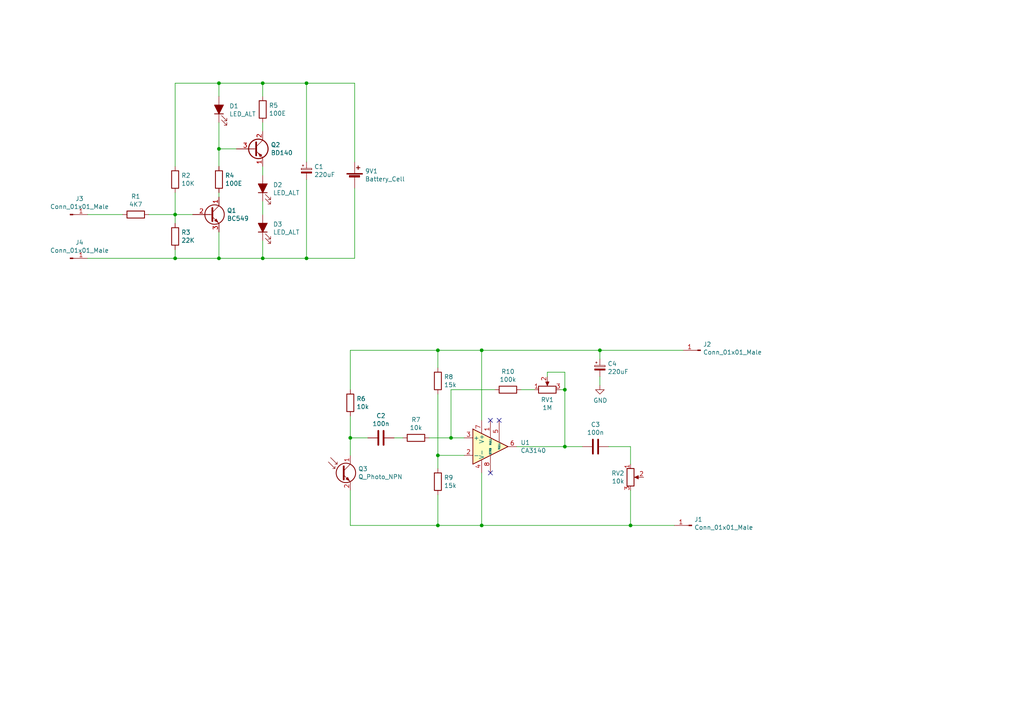
<source format=kicad_sch>
(kicad_sch (version 20230121) (generator eeschema)

  (uuid a4d9e68d-9626-4105-aae7-998e92a9941a)

  (paper "A4")

  (lib_symbols
    (symbol "Amplifier_Operational:CA3140" (pin_names (offset 0.127)) (in_bom yes) (on_board yes)
      (property "Reference" "U" (at 6.35 5.08 0)
        (effects (font (size 1.27 1.27)) (justify left))
      )
      (property "Value" "CA3140" (at 6.35 2.54 0)
        (effects (font (size 1.27 1.27)) (justify left))
      )
      (property "Footprint" "" (at -2.54 -2.54 0)
        (effects (font (size 1.27 1.27)) hide)
      )
      (property "Datasheet" "http://www.intersil.com/content/dam/intersil/documents/ca31/ca3140-a.pdf" (at 0 0 0)
        (effects (font (size 1.27 1.27)) hide)
      )
      (property "ki_keywords" "single opamp" (at 0 0 0)
        (effects (font (size 1.27 1.27)) hide)
      )
      (property "ki_description" "4.5MHz, BiMOS Operational Amplifier with MOSFET Input/Bipolar Output, DIP-8/SOIC-8" (at 0 0 0)
        (effects (font (size 1.27 1.27)) hide)
      )
      (property "ki_fp_filters" "DIP*W7.62mm* SOIC*3.9x4.9mm*P1.27mm*" (at 0 0 0)
        (effects (font (size 1.27 1.27)) hide)
      )
      (symbol "CA3140_0_1"
        (polyline
          (pts
            (xy -5.08 5.08)
            (xy 5.08 0)
            (xy -5.08 -5.08)
            (xy -5.08 5.08)
          )
          (stroke (width 0.254) (type default))
          (fill (type background))
        )
      )
      (symbol "CA3140_1_1"
        (pin passive line (at 0 7.62 270) (length 5.08)
          (name "NULL" (effects (font (size 0.508 0.508))))
          (number "1" (effects (font (size 1.27 1.27))))
        )
        (pin input line (at -7.62 -2.54 0) (length 2.54)
          (name "-" (effects (font (size 1.27 1.27))))
          (number "2" (effects (font (size 1.27 1.27))))
        )
        (pin input line (at -7.62 2.54 0) (length 2.54)
          (name "+" (effects (font (size 1.27 1.27))))
          (number "3" (effects (font (size 1.27 1.27))))
        )
        (pin power_in line (at -2.54 -7.62 90) (length 3.81)
          (name "V-" (effects (font (size 1.27 1.27))))
          (number "4" (effects (font (size 1.27 1.27))))
        )
        (pin passive line (at 2.54 7.62 270) (length 6.35)
          (name "NULL" (effects (font (size 0.508 0.508))))
          (number "5" (effects (font (size 1.27 1.27))))
        )
        (pin output line (at 7.62 0 180) (length 2.54)
          (name "~" (effects (font (size 1.27 1.27))))
          (number "6" (effects (font (size 1.27 1.27))))
        )
        (pin power_in line (at -2.54 7.62 270) (length 3.81)
          (name "V+" (effects (font (size 1.27 1.27))))
          (number "7" (effects (font (size 1.27 1.27))))
        )
        (pin passive line (at 0 -7.62 90) (length 5.08)
          (name "STRB" (effects (font (size 0.508 0.508))))
          (number "8" (effects (font (size 1.27 1.27))))
        )
      )
    )
    (symbol "Device:Battery_Cell" (pin_numbers hide) (pin_names (offset 0) hide) (in_bom yes) (on_board yes)
      (property "Reference" "BT" (at 2.54 2.54 0)
        (effects (font (size 1.27 1.27)) (justify left))
      )
      (property "Value" "Battery_Cell" (at 2.54 0 0)
        (effects (font (size 1.27 1.27)) (justify left))
      )
      (property "Footprint" "" (at 0 1.524 90)
        (effects (font (size 1.27 1.27)) hide)
      )
      (property "Datasheet" "~" (at 0 1.524 90)
        (effects (font (size 1.27 1.27)) hide)
      )
      (property "ki_keywords" "battery cell" (at 0 0 0)
        (effects (font (size 1.27 1.27)) hide)
      )
      (property "ki_description" "Single-cell battery" (at 0 0 0)
        (effects (font (size 1.27 1.27)) hide)
      )
      (symbol "Battery_Cell_0_1"
        (rectangle (start -2.286 1.778) (end 2.286 1.524)
          (stroke (width 0) (type default))
          (fill (type outline))
        )
        (rectangle (start -1.5748 1.1938) (end 1.4732 0.6858)
          (stroke (width 0) (type default))
          (fill (type outline))
        )
        (polyline
          (pts
            (xy 0 0.762)
            (xy 0 0)
          )
          (stroke (width 0) (type default))
          (fill (type none))
        )
        (polyline
          (pts
            (xy 0 1.778)
            (xy 0 2.54)
          )
          (stroke (width 0) (type default))
          (fill (type none))
        )
        (polyline
          (pts
            (xy 0.508 3.429)
            (xy 1.524 3.429)
          )
          (stroke (width 0.254) (type default))
          (fill (type none))
        )
        (polyline
          (pts
            (xy 1.016 3.937)
            (xy 1.016 2.921)
          )
          (stroke (width 0.254) (type default))
          (fill (type none))
        )
      )
      (symbol "Battery_Cell_1_1"
        (pin passive line (at 0 5.08 270) (length 2.54)
          (name "+" (effects (font (size 1.27 1.27))))
          (number "1" (effects (font (size 1.27 1.27))))
        )
        (pin passive line (at 0 -2.54 90) (length 2.54)
          (name "-" (effects (font (size 1.27 1.27))))
          (number "2" (effects (font (size 1.27 1.27))))
        )
      )
    )
    (symbol "Device:C" (pin_numbers hide) (pin_names (offset 0.254)) (in_bom yes) (on_board yes)
      (property "Reference" "C" (at 0.635 2.54 0)
        (effects (font (size 1.27 1.27)) (justify left))
      )
      (property "Value" "C" (at 0.635 -2.54 0)
        (effects (font (size 1.27 1.27)) (justify left))
      )
      (property "Footprint" "" (at 0.9652 -3.81 0)
        (effects (font (size 1.27 1.27)) hide)
      )
      (property "Datasheet" "~" (at 0 0 0)
        (effects (font (size 1.27 1.27)) hide)
      )
      (property "ki_keywords" "cap capacitor" (at 0 0 0)
        (effects (font (size 1.27 1.27)) hide)
      )
      (property "ki_description" "Unpolarized capacitor" (at 0 0 0)
        (effects (font (size 1.27 1.27)) hide)
      )
      (property "ki_fp_filters" "C_*" (at 0 0 0)
        (effects (font (size 1.27 1.27)) hide)
      )
      (symbol "C_0_1"
        (polyline
          (pts
            (xy -2.032 -0.762)
            (xy 2.032 -0.762)
          )
          (stroke (width 0.508) (type default))
          (fill (type none))
        )
        (polyline
          (pts
            (xy -2.032 0.762)
            (xy 2.032 0.762)
          )
          (stroke (width 0.508) (type default))
          (fill (type none))
        )
      )
      (symbol "C_1_1"
        (pin passive line (at 0 3.81 270) (length 2.794)
          (name "~" (effects (font (size 1.27 1.27))))
          (number "1" (effects (font (size 1.27 1.27))))
        )
        (pin passive line (at 0 -3.81 90) (length 2.794)
          (name "~" (effects (font (size 1.27 1.27))))
          (number "2" (effects (font (size 1.27 1.27))))
        )
      )
    )
    (symbol "Device:Q_Photo_NPN" (pin_names (offset 0) hide) (in_bom yes) (on_board yes)
      (property "Reference" "Q" (at 5.08 1.27 0)
        (effects (font (size 1.27 1.27)) (justify left))
      )
      (property "Value" "Q_Photo_NPN" (at 5.08 -1.27 0)
        (effects (font (size 1.27 1.27)) (justify left))
      )
      (property "Footprint" "" (at 5.08 2.54 0)
        (effects (font (size 1.27 1.27)) hide)
      )
      (property "Datasheet" "~" (at 0 0 0)
        (effects (font (size 1.27 1.27)) hide)
      )
      (property "ki_keywords" "phototransistor NPN" (at 0 0 0)
        (effects (font (size 1.27 1.27)) hide)
      )
      (property "ki_description" "NPN phototransistor, collector/emitter" (at 0 0 0)
        (effects (font (size 1.27 1.27)) hide)
      )
      (symbol "Q_Photo_NPN_0_1"
        (polyline
          (pts
            (xy -1.905 1.27)
            (xy -2.54 1.27)
          )
          (stroke (width 0) (type default))
          (fill (type none))
        )
        (polyline
          (pts
            (xy -1.27 2.54)
            (xy -1.905 2.54)
          )
          (stroke (width 0) (type default))
          (fill (type none))
        )
        (polyline
          (pts
            (xy 0.635 0.635)
            (xy 2.54 2.54)
          )
          (stroke (width 0) (type default))
          (fill (type none))
        )
        (polyline
          (pts
            (xy -3.81 3.175)
            (xy -1.905 1.27)
            (xy -1.905 1.905)
          )
          (stroke (width 0) (type default))
          (fill (type none))
        )
        (polyline
          (pts
            (xy -3.175 4.445)
            (xy -1.27 2.54)
            (xy -1.27 3.175)
          )
          (stroke (width 0) (type default))
          (fill (type none))
        )
        (polyline
          (pts
            (xy 0.635 -0.635)
            (xy 2.54 -2.54)
            (xy 2.54 -2.54)
          )
          (stroke (width 0) (type default))
          (fill (type none))
        )
        (polyline
          (pts
            (xy 0.635 1.905)
            (xy 0.635 -1.905)
            (xy 0.635 -1.905)
          )
          (stroke (width 0.508) (type default))
          (fill (type none))
        )
        (polyline
          (pts
            (xy 1.27 -1.778)
            (xy 1.778 -1.27)
            (xy 2.286 -2.286)
            (xy 1.27 -1.778)
            (xy 1.27 -1.778)
          )
          (stroke (width 0) (type default))
          (fill (type outline))
        )
        (circle (center 1.27 0) (radius 2.8194)
          (stroke (width 0.254) (type default))
          (fill (type none))
        )
      )
      (symbol "Q_Photo_NPN_1_1"
        (pin passive line (at 2.54 5.08 270) (length 2.54)
          (name "C" (effects (font (size 1.27 1.27))))
          (number "1" (effects (font (size 1.27 1.27))))
        )
        (pin passive line (at 2.54 -5.08 90) (length 2.54)
          (name "E" (effects (font (size 1.27 1.27))))
          (number "2" (effects (font (size 1.27 1.27))))
        )
      )
    )
    (symbol "Device:R" (pin_numbers hide) (pin_names (offset 0)) (in_bom yes) (on_board yes)
      (property "Reference" "R" (at 2.032 0 90)
        (effects (font (size 1.27 1.27)))
      )
      (property "Value" "R" (at 0 0 90)
        (effects (font (size 1.27 1.27)))
      )
      (property "Footprint" "" (at -1.778 0 90)
        (effects (font (size 1.27 1.27)) hide)
      )
      (property "Datasheet" "~" (at 0 0 0)
        (effects (font (size 1.27 1.27)) hide)
      )
      (property "ki_keywords" "R res resistor" (at 0 0 0)
        (effects (font (size 1.27 1.27)) hide)
      )
      (property "ki_description" "Resistor" (at 0 0 0)
        (effects (font (size 1.27 1.27)) hide)
      )
      (property "ki_fp_filters" "R_*" (at 0 0 0)
        (effects (font (size 1.27 1.27)) hide)
      )
      (symbol "R_0_1"
        (rectangle (start -1.016 -2.54) (end 1.016 2.54)
          (stroke (width 0.254) (type default))
          (fill (type none))
        )
      )
      (symbol "R_1_1"
        (pin passive line (at 0 3.81 270) (length 1.27)
          (name "~" (effects (font (size 1.27 1.27))))
          (number "1" (effects (font (size 1.27 1.27))))
        )
        (pin passive line (at 0 -3.81 90) (length 1.27)
          (name "~" (effects (font (size 1.27 1.27))))
          (number "2" (effects (font (size 1.27 1.27))))
        )
      )
    )
    (symbol "PZIp-rescue:CP_Small-Device" (pin_numbers hide) (pin_names (offset 0.254) hide) (in_bom yes) (on_board yes)
      (property "Reference" "C" (at 0.254 1.778 0)
        (effects (font (size 1.27 1.27)) (justify left))
      )
      (property "Value" "Device_CP_Small" (at 0.254 -2.032 0)
        (effects (font (size 1.27 1.27)) (justify left))
      )
      (property "Footprint" "" (at 0 0 0)
        (effects (font (size 1.27 1.27)) hide)
      )
      (property "Datasheet" "" (at 0 0 0)
        (effects (font (size 1.27 1.27)) hide)
      )
      (property "ki_fp_filters" "CP_*" (at 0 0 0)
        (effects (font (size 1.27 1.27)) hide)
      )
      (symbol "CP_Small-Device_0_1"
        (rectangle (start -1.524 -0.3048) (end 1.524 -0.6858)
          (stroke (width 0) (type solid))
          (fill (type outline))
        )
        (rectangle (start -1.524 0.6858) (end 1.524 0.3048)
          (stroke (width 0) (type solid))
          (fill (type none))
        )
        (polyline
          (pts
            (xy -1.27 1.524)
            (xy -0.762 1.524)
          )
          (stroke (width 0) (type solid))
          (fill (type none))
        )
        (polyline
          (pts
            (xy -1.016 1.27)
            (xy -1.016 1.778)
          )
          (stroke (width 0) (type solid))
          (fill (type none))
        )
      )
      (symbol "CP_Small-Device_1_1"
        (pin passive line (at 0 2.54 270) (length 1.8542)
          (name "~" (effects (font (size 1.27 1.27))))
          (number "1" (effects (font (size 1.27 1.27))))
        )
        (pin passive line (at 0 -2.54 90) (length 1.8542)
          (name "~" (effects (font (size 1.27 1.27))))
          (number "2" (effects (font (size 1.27 1.27))))
        )
      )
    )
    (symbol "PZIp-rescue:Conn_01x01_Male-Connector" (pin_names (offset 1.016) hide) (in_bom yes) (on_board yes)
      (property "Reference" "J" (at 0 2.54 0)
        (effects (font (size 1.27 1.27)))
      )
      (property "Value" "Connector_Conn_01x01_Male" (at 0 -2.54 0)
        (effects (font (size 1.27 1.27)))
      )
      (property "Footprint" "" (at 0 0 0)
        (effects (font (size 1.27 1.27)) hide)
      )
      (property "Datasheet" "" (at 0 0 0)
        (effects (font (size 1.27 1.27)) hide)
      )
      (property "ki_fp_filters" "Connector*:*" (at 0 0 0)
        (effects (font (size 1.27 1.27)) hide)
      )
      (symbol "Conn_01x01_Male-Connector_1_1"
        (polyline
          (pts
            (xy 1.27 0)
            (xy 0.8636 0)
          )
          (stroke (width 0.1524) (type solid))
          (fill (type none))
        )
        (rectangle (start 0.8636 0.127) (end 0 -0.127)
          (stroke (width 0.1524) (type solid))
          (fill (type outline))
        )
        (pin passive line (at 5.08 0 180) (length 3.81)
          (name "Pin_1" (effects (font (size 1.27 1.27))))
          (number "1" (effects (font (size 1.27 1.27))))
        )
      )
    )
    (symbol "PZIp-rescue:LED_ALT-Device" (pin_numbers hide) (pin_names (offset 1.016) hide) (in_bom yes) (on_board yes)
      (property "Reference" "D" (at 0 2.54 0)
        (effects (font (size 1.27 1.27)))
      )
      (property "Value" "Device_LED_ALT" (at 0 -2.54 0)
        (effects (font (size 1.27 1.27)))
      )
      (property "Footprint" "" (at 0 0 0)
        (effects (font (size 1.27 1.27)) hide)
      )
      (property "Datasheet" "" (at 0 0 0)
        (effects (font (size 1.27 1.27)) hide)
      )
      (property "ki_fp_filters" "LED* LED_SMD:* LED_THT:*" (at 0 0 0)
        (effects (font (size 1.27 1.27)) hide)
      )
      (symbol "LED_ALT-Device_0_1"
        (polyline
          (pts
            (xy -1.27 -1.27)
            (xy -1.27 1.27)
          )
          (stroke (width 0.254) (type solid))
          (fill (type none))
        )
        (polyline
          (pts
            (xy -1.27 0)
            (xy 1.27 0)
          )
          (stroke (width 0) (type solid))
          (fill (type none))
        )
        (polyline
          (pts
            (xy 1.27 -1.27)
            (xy 1.27 1.27)
            (xy -1.27 0)
            (xy 1.27 -1.27)
          )
          (stroke (width 0.254) (type solid))
          (fill (type outline))
        )
        (polyline
          (pts
            (xy -3.048 -0.762)
            (xy -4.572 -2.286)
            (xy -3.81 -2.286)
            (xy -4.572 -2.286)
            (xy -4.572 -1.524)
          )
          (stroke (width 0) (type solid))
          (fill (type none))
        )
        (polyline
          (pts
            (xy -1.778 -0.762)
            (xy -3.302 -2.286)
            (xy -2.54 -2.286)
            (xy -3.302 -2.286)
            (xy -3.302 -1.524)
          )
          (stroke (width 0) (type solid))
          (fill (type none))
        )
      )
      (symbol "LED_ALT-Device_1_1"
        (pin passive line (at -3.81 0 0) (length 2.54)
          (name "K" (effects (font (size 1.27 1.27))))
          (number "1" (effects (font (size 1.27 1.27))))
        )
        (pin passive line (at 3.81 0 180) (length 2.54)
          (name "A" (effects (font (size 1.27 1.27))))
          (number "2" (effects (font (size 1.27 1.27))))
        )
      )
    )
    (symbol "PZIp-rescue:R_POT-Device" (pin_names (offset 1.016) hide) (in_bom yes) (on_board yes)
      (property "Reference" "RV" (at -4.445 0 90)
        (effects (font (size 1.27 1.27)))
      )
      (property "Value" "Device_R_POT" (at -2.54 0 90)
        (effects (font (size 1.27 1.27)))
      )
      (property "Footprint" "" (at 0 0 0)
        (effects (font (size 1.27 1.27)) hide)
      )
      (property "Datasheet" "" (at 0 0 0)
        (effects (font (size 1.27 1.27)) hide)
      )
      (property "ki_fp_filters" "Potentiometer*" (at 0 0 0)
        (effects (font (size 1.27 1.27)) hide)
      )
      (symbol "R_POT-Device_0_1"
        (polyline
          (pts
            (xy 2.54 0)
            (xy 1.524 0)
          )
          (stroke (width 0) (type solid))
          (fill (type none))
        )
        (polyline
          (pts
            (xy 1.143 0)
            (xy 2.286 0.508)
            (xy 2.286 -0.508)
            (xy 1.143 0)
          )
          (stroke (width 0) (type solid))
          (fill (type outline))
        )
        (rectangle (start 1.016 2.54) (end -1.016 -2.54)
          (stroke (width 0.254) (type solid))
          (fill (type none))
        )
      )
      (symbol "R_POT-Device_1_1"
        (pin passive line (at 0 3.81 270) (length 1.27)
          (name "1" (effects (font (size 1.27 1.27))))
          (number "1" (effects (font (size 1.27 1.27))))
        )
        (pin passive line (at 3.81 0 180) (length 1.27)
          (name "2" (effects (font (size 1.27 1.27))))
          (number "2" (effects (font (size 1.27 1.27))))
        )
        (pin passive line (at 0 -3.81 90) (length 1.27)
          (name "3" (effects (font (size 1.27 1.27))))
          (number "3" (effects (font (size 1.27 1.27))))
        )
      )
    )
    (symbol "Transistor_BJT:BC549" (pin_names (offset 0) hide) (in_bom yes) (on_board yes)
      (property "Reference" "Q" (at 5.08 1.905 0)
        (effects (font (size 1.27 1.27)) (justify left))
      )
      (property "Value" "BC549" (at 5.08 0 0)
        (effects (font (size 1.27 1.27)) (justify left))
      )
      (property "Footprint" "Package_TO_SOT_THT:TO-92_Inline" (at 5.08 -1.905 0)
        (effects (font (size 1.27 1.27) italic) (justify left) hide)
      )
      (property "Datasheet" "https://www.onsemi.com/pub/Collateral/BC550-D.pdf" (at 0 0 0)
        (effects (font (size 1.27 1.27)) (justify left) hide)
      )
      (property "ki_keywords" "NPN Transistor" (at 0 0 0)
        (effects (font (size 1.27 1.27)) hide)
      )
      (property "ki_description" "0.1A Ic, 30V Vce, Small Signal NPN Transistor, TO-92" (at 0 0 0)
        (effects (font (size 1.27 1.27)) hide)
      )
      (property "ki_fp_filters" "TO?92*" (at 0 0 0)
        (effects (font (size 1.27 1.27)) hide)
      )
      (symbol "BC549_0_1"
        (polyline
          (pts
            (xy 0 0)
            (xy 0.635 0)
          )
          (stroke (width 0) (type default))
          (fill (type none))
        )
        (polyline
          (pts
            (xy 0.635 0.635)
            (xy 2.54 2.54)
          )
          (stroke (width 0) (type default))
          (fill (type none))
        )
        (polyline
          (pts
            (xy 0.635 -0.635)
            (xy 2.54 -2.54)
            (xy 2.54 -2.54)
          )
          (stroke (width 0) (type default))
          (fill (type none))
        )
        (polyline
          (pts
            (xy 0.635 1.905)
            (xy 0.635 -1.905)
            (xy 0.635 -1.905)
          )
          (stroke (width 0.508) (type default))
          (fill (type none))
        )
        (polyline
          (pts
            (xy 1.27 -1.778)
            (xy 1.778 -1.27)
            (xy 2.286 -2.286)
            (xy 1.27 -1.778)
            (xy 1.27 -1.778)
          )
          (stroke (width 0) (type default))
          (fill (type outline))
        )
        (circle (center 1.27 0) (radius 2.8194)
          (stroke (width 0.254) (type default))
          (fill (type none))
        )
      )
      (symbol "BC549_1_1"
        (pin passive line (at 2.54 5.08 270) (length 2.54)
          (name "C" (effects (font (size 1.27 1.27))))
          (number "1" (effects (font (size 1.27 1.27))))
        )
        (pin input line (at -5.08 0 0) (length 5.08)
          (name "B" (effects (font (size 1.27 1.27))))
          (number "2" (effects (font (size 1.27 1.27))))
        )
        (pin passive line (at 2.54 -5.08 90) (length 2.54)
          (name "E" (effects (font (size 1.27 1.27))))
          (number "3" (effects (font (size 1.27 1.27))))
        )
      )
    )
    (symbol "Transistor_BJT:BD140" (pin_names (offset 0) hide) (in_bom yes) (on_board yes)
      (property "Reference" "Q" (at 5.08 1.905 0)
        (effects (font (size 1.27 1.27)) (justify left))
      )
      (property "Value" "BD140" (at 5.08 0 0)
        (effects (font (size 1.27 1.27)) (justify left))
      )
      (property "Footprint" "Package_TO_SOT_THT:TO-126-3_Vertical" (at 5.08 -1.905 0)
        (effects (font (size 1.27 1.27) italic) (justify left) hide)
      )
      (property "Datasheet" "http://www.st.com/internet/com/TECHNICAL_RESOURCES/TECHNICAL_LITERATURE/DATASHEET/CD00001225.pdf" (at 0 0 0)
        (effects (font (size 1.27 1.27)) (justify left) hide)
      )
      (property "ki_keywords" "Low Voltage Transistor" (at 0 0 0)
        (effects (font (size 1.27 1.27)) hide)
      )
      (property "ki_description" "1.5A Ic, 80V Vce, Low Voltage Transistor, TO-126" (at 0 0 0)
        (effects (font (size 1.27 1.27)) hide)
      )
      (property "ki_fp_filters" "TO?126*" (at 0 0 0)
        (effects (font (size 1.27 1.27)) hide)
      )
      (symbol "BD140_0_1"
        (polyline
          (pts
            (xy 0 0)
            (xy 0.635 0)
          )
          (stroke (width 0) (type default))
          (fill (type none))
        )
        (polyline
          (pts
            (xy 2.54 -2.54)
            (xy 0.635 -0.635)
          )
          (stroke (width 0) (type default))
          (fill (type none))
        )
        (polyline
          (pts
            (xy 2.54 2.54)
            (xy 0.635 0.635)
          )
          (stroke (width 0) (type default))
          (fill (type none))
        )
        (polyline
          (pts
            (xy 0.635 1.905)
            (xy 0.635 -1.905)
            (xy 0.635 -1.905)
          )
          (stroke (width 0.508) (type default))
          (fill (type outline))
        )
        (polyline
          (pts
            (xy 1.778 -2.286)
            (xy 2.286 -1.778)
            (xy 1.27 -1.27)
            (xy 1.778 -2.286)
            (xy 1.778 -2.286)
          )
          (stroke (width 0) (type default))
          (fill (type outline))
        )
        (circle (center 1.27 0) (radius 2.8194)
          (stroke (width 0.3048) (type default))
          (fill (type none))
        )
      )
      (symbol "BD140_1_1"
        (pin passive line (at 2.54 -5.08 90) (length 2.54)
          (name "E" (effects (font (size 1.27 1.27))))
          (number "1" (effects (font (size 1.27 1.27))))
        )
        (pin passive line (at 2.54 5.08 270) (length 2.54)
          (name "C" (effects (font (size 1.27 1.27))))
          (number "2" (effects (font (size 1.27 1.27))))
        )
        (pin input line (at -5.08 0 0) (length 5.08)
          (name "B" (effects (font (size 1.27 1.27))))
          (number "3" (effects (font (size 1.27 1.27))))
        )
      )
    )
    (symbol "power:GND" (power) (pin_names (offset 0)) (in_bom yes) (on_board yes)
      (property "Reference" "#PWR" (at 0 -6.35 0)
        (effects (font (size 1.27 1.27)) hide)
      )
      (property "Value" "GND" (at 0 -3.81 0)
        (effects (font (size 1.27 1.27)))
      )
      (property "Footprint" "" (at 0 0 0)
        (effects (font (size 1.27 1.27)) hide)
      )
      (property "Datasheet" "" (at 0 0 0)
        (effects (font (size 1.27 1.27)) hide)
      )
      (property "ki_keywords" "global power" (at 0 0 0)
        (effects (font (size 1.27 1.27)) hide)
      )
      (property "ki_description" "Power symbol creates a global label with name \"GND\" , ground" (at 0 0 0)
        (effects (font (size 1.27 1.27)) hide)
      )
      (symbol "GND_0_1"
        (polyline
          (pts
            (xy 0 0)
            (xy 0 -1.27)
            (xy 1.27 -1.27)
            (xy 0 -2.54)
            (xy -1.27 -1.27)
            (xy 0 -1.27)
          )
          (stroke (width 0) (type default))
          (fill (type none))
        )
      )
      (symbol "GND_1_1"
        (pin power_in line (at 0 0 270) (length 0) hide
          (name "GND" (effects (font (size 1.27 1.27))))
          (number "1" (effects (font (size 1.27 1.27))))
        )
      )
    )
  )

  (junction (at 50.8 62.23) (diameter 0) (color 0 0 0 0)
    (uuid 20e43823-d409-467c-b4a6-103030162746)
  )
  (junction (at 173.99 101.6) (diameter 0) (color 0 0 0 0)
    (uuid 259e9778-78c1-4644-94c6-542c2fa2b7a5)
  )
  (junction (at 88.9 74.93) (diameter 0) (color 0 0 0 0)
    (uuid 25bfa66d-b805-4ac8-a2d7-d6171e7d41e1)
  )
  (junction (at 50.8 74.93) (diameter 0) (color 0 0 0 0)
    (uuid 333b5a11-3d84-4ee2-b831-1fe7bfc11e20)
  )
  (junction (at 139.7 101.6) (diameter 0) (color 0 0 0 0)
    (uuid 3d179673-0145-478f-90a5-8a4cdc6eb758)
  )
  (junction (at 76.2 24.13) (diameter 0) (color 0 0 0 0)
    (uuid 54a71b39-df26-4fc4-990e-7f6e6c77ce49)
  )
  (junction (at 182.88 152.4) (diameter 0) (color 0 0 0 0)
    (uuid 649590a4-8ab7-4bbf-a238-d5eb2ee0a0b7)
  )
  (junction (at 63.5 74.93) (diameter 0) (color 0 0 0 0)
    (uuid 662c9bbc-3ab3-46ff-995d-daa7d4c5f563)
  )
  (junction (at 139.7 152.4) (diameter 0) (color 0 0 0 0)
    (uuid 6b6ffb0b-1a89-4fd4-b7f0-4017579f7263)
  )
  (junction (at 163.83 113.03) (diameter 0) (color 0 0 0 0)
    (uuid 7dec1e0f-305d-46a5-b24e-8799548c0e0a)
  )
  (junction (at 127 132.08) (diameter 0) (color 0 0 0 0)
    (uuid 83d3a755-a766-4b82-b951-ee16a1b7d43d)
  )
  (junction (at 163.83 129.54) (diameter 0) (color 0 0 0 0)
    (uuid 99a89ab0-0619-41d0-9069-491b7c83102f)
  )
  (junction (at 127 152.4) (diameter 0) (color 0 0 0 0)
    (uuid a6549fa3-bfb7-4f57-9579-70b9a75596f1)
  )
  (junction (at 88.9 24.13) (diameter 0) (color 0 0 0 0)
    (uuid b7d73cc1-6c77-4e07-b3cc-81c86ab39d0e)
  )
  (junction (at 76.2 74.93) (diameter 0) (color 0 0 0 0)
    (uuid bff60a6c-722c-497c-85da-737c877e816d)
  )
  (junction (at 101.6 127) (diameter 0) (color 0 0 0 0)
    (uuid cea06932-e347-46b6-9a77-9ea0e12818a1)
  )
  (junction (at 130.81 127) (diameter 0) (color 0 0 0 0)
    (uuid cf4fb43c-e3ad-477a-8908-8b07e8e865a5)
  )
  (junction (at 63.5 43.18) (diameter 0) (color 0 0 0 0)
    (uuid d0f60e14-c773-4d8c-9d22-88f8403120f7)
  )
  (junction (at 63.5 24.13) (diameter 0) (color 0 0 0 0)
    (uuid ea4d2c00-9ab0-440d-bd24-bbd265f413e1)
  )
  (junction (at 127 101.6) (diameter 0) (color 0 0 0 0)
    (uuid f2f75948-795a-4d5d-b0c6-2ed42c21d724)
  )

  (no_connect (at 144.78 121.92) (uuid 68eae6c1-d2da-47bc-b52c-0b0042e9dfe1))
  (no_connect (at 142.24 121.92) (uuid a073a3b8-3d78-4b6d-9a2b-e43fbfe46207))
  (no_connect (at 142.24 137.16) (uuid f9a22b48-5299-4047-b6d8-6d97251e8678))

  (wire (pts (xy 158.75 107.95) (xy 163.83 107.95))
    (stroke (width 0) (type default))
    (uuid 024a9256-f714-4658-beae-da127bc43b21)
  )
  (wire (pts (xy 127 143.51) (xy 127 152.4))
    (stroke (width 0) (type default))
    (uuid 02d11443-1823-40e3-b75f-c4c82991278f)
  )
  (wire (pts (xy 163.83 113.03) (xy 163.83 129.54))
    (stroke (width 0) (type default))
    (uuid 069d814f-1eb1-49d8-b947-4b7f82a66a3e)
  )
  (wire (pts (xy 102.87 24.13) (xy 102.87 46.99))
    (stroke (width 0) (type default))
    (uuid 06c0f7d7-2132-402d-b56f-7e0351c128a5)
  )
  (wire (pts (xy 182.88 129.54) (xy 176.53 129.54))
    (stroke (width 0) (type default))
    (uuid 0a5a0c7e-ace0-4c52-a4f9-fc2096ca32be)
  )
  (wire (pts (xy 130.81 113.03) (xy 130.81 127))
    (stroke (width 0) (type default))
    (uuid 0f591a86-36ad-45d1-981c-1059befaf836)
  )
  (wire (pts (xy 50.8 74.93) (xy 25.4 74.93))
    (stroke (width 0) (type default))
    (uuid 10aba768-bd8b-4e76-a9f8-d305f6e7603a)
  )
  (wire (pts (xy 154.94 113.03) (xy 151.13 113.03))
    (stroke (width 0) (type default))
    (uuid 11254499-3e47-4307-8cf7-5aba1f0dcfb3)
  )
  (wire (pts (xy 182.88 152.4) (xy 195.58 152.4))
    (stroke (width 0) (type default))
    (uuid 147924d2-7de4-452d-970f-636219222740)
  )
  (wire (pts (xy 50.8 62.23) (xy 55.88 62.23))
    (stroke (width 0) (type default))
    (uuid 15cea30d-0ccc-4997-84c1-3f2cb6c0173f)
  )
  (wire (pts (xy 158.75 109.22) (xy 158.75 107.95))
    (stroke (width 0) (type default))
    (uuid 19d672b2-f21c-4264-9742-d8f1934dc506)
  )
  (wire (pts (xy 101.6 127) (xy 101.6 132.08))
    (stroke (width 0) (type default))
    (uuid 1c5db935-05bd-411e-a164-b4b9bf2a585e)
  )
  (wire (pts (xy 76.2 58.42) (xy 76.2 62.23))
    (stroke (width 0) (type default))
    (uuid 21c89cf6-36d3-44e4-b41f-42cbf7212908)
  )
  (wire (pts (xy 50.8 24.13) (xy 63.5 24.13))
    (stroke (width 0) (type default))
    (uuid 23266495-a75a-477d-9ba3-ab7914ad6d28)
  )
  (wire (pts (xy 114.3 127) (xy 116.84 127))
    (stroke (width 0) (type default))
    (uuid 28e47161-c84c-4e41-961a-d62d51e35bf7)
  )
  (wire (pts (xy 182.88 142.24) (xy 182.88 152.4))
    (stroke (width 0) (type default))
    (uuid 2f2a2b0f-15de-412a-8bf9-3d0168fc7ffb)
  )
  (wire (pts (xy 130.81 127) (xy 134.62 127))
    (stroke (width 0) (type default))
    (uuid 31abf50e-9752-4edd-a4c7-e4199114c728)
  )
  (wire (pts (xy 76.2 24.13) (xy 88.9 24.13))
    (stroke (width 0) (type default))
    (uuid 33534a89-bf3c-4dab-9143-1d9b8d9f6d92)
  )
  (wire (pts (xy 63.5 43.18) (xy 63.5 48.26))
    (stroke (width 0) (type default))
    (uuid 3a6f6247-a30f-4ccd-a7fa-0e3942448279)
  )
  (wire (pts (xy 127 152.4) (xy 139.7 152.4))
    (stroke (width 0) (type default))
    (uuid 3b951d8c-bcf6-4ea2-a07e-957b7234810e)
  )
  (wire (pts (xy 35.56 62.23) (xy 25.4 62.23))
    (stroke (width 0) (type default))
    (uuid 3cbec651-5698-462c-898f-0b80f316294e)
  )
  (wire (pts (xy 124.46 127) (xy 130.81 127))
    (stroke (width 0) (type default))
    (uuid 3e4e7d55-8421-4f81-93b5-e1178d1e0198)
  )
  (wire (pts (xy 50.8 48.26) (xy 50.8 24.13))
    (stroke (width 0) (type default))
    (uuid 3e742ada-cfef-4a2e-b06e-dd154492bc17)
  )
  (wire (pts (xy 101.6 101.6) (xy 127 101.6))
    (stroke (width 0) (type default))
    (uuid 3e8bcd31-cf1c-4c9d-b506-a900ae7f7e18)
  )
  (wire (pts (xy 139.7 137.16) (xy 139.7 152.4))
    (stroke (width 0) (type default))
    (uuid 416cc286-d035-4d47-9dba-30f835ce3d3f)
  )
  (wire (pts (xy 76.2 27.94) (xy 76.2 24.13))
    (stroke (width 0) (type default))
    (uuid 4959939f-570b-459a-9c85-faf7300e44bc)
  )
  (wire (pts (xy 101.6 120.65) (xy 101.6 127))
    (stroke (width 0) (type default))
    (uuid 4fb31d77-40dd-4eec-9363-293c6640598a)
  )
  (wire (pts (xy 102.87 54.61) (xy 102.87 74.93))
    (stroke (width 0) (type default))
    (uuid 52e3817a-fb9c-4e06-9ebb-3eb507848b1f)
  )
  (wire (pts (xy 173.99 101.6) (xy 198.12 101.6))
    (stroke (width 0) (type default))
    (uuid 57f18123-cdd3-4dff-87b0-9de973cf47c1)
  )
  (wire (pts (xy 139.7 121.92) (xy 139.7 101.6))
    (stroke (width 0) (type default))
    (uuid 58aa7b67-1ded-4827-ac5c-fd42fb587df0)
  )
  (wire (pts (xy 88.9 52.07) (xy 88.9 74.93))
    (stroke (width 0) (type default))
    (uuid 60b47470-511c-472c-899d-e41ee3198f59)
  )
  (wire (pts (xy 139.7 101.6) (xy 173.99 101.6))
    (stroke (width 0) (type default))
    (uuid 679ab5c4-fe1c-4966-aac3-b37ecf36d027)
  )
  (wire (pts (xy 127 101.6) (xy 139.7 101.6))
    (stroke (width 0) (type default))
    (uuid 6975d896-02b0-45bf-8baf-ca1e0e0f8cf9)
  )
  (wire (pts (xy 173.99 109.22) (xy 173.99 111.76))
    (stroke (width 0) (type default))
    (uuid 6c80f69f-87db-47e3-9cd0-cef189d52ac2)
  )
  (wire (pts (xy 106.68 127) (xy 101.6 127))
    (stroke (width 0) (type default))
    (uuid 74d1e55f-ee28-413d-af8d-dff883b56847)
  )
  (wire (pts (xy 63.5 24.13) (xy 76.2 24.13))
    (stroke (width 0) (type default))
    (uuid 804c5b89-a82b-4fdd-ab98-8f597c226c84)
  )
  (wire (pts (xy 134.62 132.08) (xy 127 132.08))
    (stroke (width 0) (type default))
    (uuid 86b6693f-d19a-4382-a929-50eb4059d9dd)
  )
  (wire (pts (xy 63.5 55.88) (xy 63.5 57.15))
    (stroke (width 0) (type default))
    (uuid 8bf0413c-2ce0-495b-bd59-0fa695b98852)
  )
  (wire (pts (xy 68.58 43.18) (xy 63.5 43.18))
    (stroke (width 0) (type default))
    (uuid 91434617-f5ab-46fb-97c3-354243c3ff4c)
  )
  (wire (pts (xy 88.9 24.13) (xy 102.87 24.13))
    (stroke (width 0) (type default))
    (uuid 91a7aa5c-2670-4be0-bd67-bd29fd7e24b7)
  )
  (wire (pts (xy 127 132.08) (xy 127 135.89))
    (stroke (width 0) (type default))
    (uuid 9242db2c-06c7-4959-9b28-76eb15ab212c)
  )
  (wire (pts (xy 162.56 113.03) (xy 163.83 113.03))
    (stroke (width 0) (type default))
    (uuid 937da0d5-b715-4361-b537-870f56ca07b5)
  )
  (wire (pts (xy 163.83 129.54) (xy 149.86 129.54))
    (stroke (width 0) (type default))
    (uuid 97d36571-4d12-4927-8c12-024ed65626ef)
  )
  (wire (pts (xy 127 106.68) (xy 127 101.6))
    (stroke (width 0) (type default))
    (uuid 9c350290-0d67-43d9-bed3-81e09b6fd24b)
  )
  (wire (pts (xy 143.51 113.03) (xy 130.81 113.03))
    (stroke (width 0) (type default))
    (uuid 9c41a732-8af7-434d-bb85-331dbf3400f9)
  )
  (wire (pts (xy 88.9 74.93) (xy 76.2 74.93))
    (stroke (width 0) (type default))
    (uuid 9c54dd65-2a1f-40f8-8db5-ca43266b13e7)
  )
  (wire (pts (xy 163.83 107.95) (xy 163.83 113.03))
    (stroke (width 0) (type default))
    (uuid 9c91cada-4fa0-4e74-b4a4-ef2db7353762)
  )
  (wire (pts (xy 168.91 129.54) (xy 163.83 129.54))
    (stroke (width 0) (type default))
    (uuid a3b0788b-9ae4-4936-a141-360932767b67)
  )
  (wire (pts (xy 50.8 64.77) (xy 50.8 62.23))
    (stroke (width 0) (type default))
    (uuid a51e002e-d0ec-4aa0-872e-be9d17430b17)
  )
  (wire (pts (xy 63.5 35.56) (xy 63.5 43.18))
    (stroke (width 0) (type default))
    (uuid a731036f-2743-4609-ae2f-b4855f570171)
  )
  (wire (pts (xy 76.2 48.26) (xy 76.2 50.8))
    (stroke (width 0) (type default))
    (uuid a91515a9-cab3-4889-a9f4-f92c95bbc78b)
  )
  (wire (pts (xy 50.8 72.39) (xy 50.8 74.93))
    (stroke (width 0) (type default))
    (uuid a9f18373-b03a-4c73-bf73-bc0ea70f3c67)
  )
  (wire (pts (xy 76.2 74.93) (xy 63.5 74.93))
    (stroke (width 0) (type default))
    (uuid b740874e-4536-4699-b121-12cf463c029f)
  )
  (wire (pts (xy 76.2 69.85) (xy 76.2 74.93))
    (stroke (width 0) (type default))
    (uuid bb091160-5f67-4846-a3df-498e2f3e2959)
  )
  (wire (pts (xy 182.88 134.62) (xy 182.88 129.54))
    (stroke (width 0) (type default))
    (uuid c023f1a1-3a17-42f1-9357-6a852511dfa4)
  )
  (wire (pts (xy 63.5 67.31) (xy 63.5 74.93))
    (stroke (width 0) (type default))
    (uuid cb7258fc-caff-4c1b-84ea-566b2677d47d)
  )
  (wire (pts (xy 101.6 142.24) (xy 101.6 152.4))
    (stroke (width 0) (type default))
    (uuid cf716e1c-cb52-4134-b700-90a7fe2c75f9)
  )
  (wire (pts (xy 63.5 74.93) (xy 50.8 74.93))
    (stroke (width 0) (type default))
    (uuid d2215264-a808-442b-9695-6fa54e863c1c)
  )
  (wire (pts (xy 101.6 113.03) (xy 101.6 101.6))
    (stroke (width 0) (type default))
    (uuid d54347b0-d8f4-4e2e-8d36-57fbd47d62a0)
  )
  (wire (pts (xy 127 114.3) (xy 127 132.08))
    (stroke (width 0) (type default))
    (uuid e29d21d8-7e12-49b7-8f2a-425b51865957)
  )
  (wire (pts (xy 139.7 152.4) (xy 182.88 152.4))
    (stroke (width 0) (type default))
    (uuid e66e48c0-7f18-47a6-bf67-4fd7319751ba)
  )
  (wire (pts (xy 63.5 27.94) (xy 63.5 24.13))
    (stroke (width 0) (type default))
    (uuid e6d8978f-70fe-47c2-aa75-4351d5832bb0)
  )
  (wire (pts (xy 76.2 38.1) (xy 76.2 35.56))
    (stroke (width 0) (type default))
    (uuid ea2009f9-0858-47d6-a29d-d708ec453f0c)
  )
  (wire (pts (xy 43.18 62.23) (xy 50.8 62.23))
    (stroke (width 0) (type default))
    (uuid eb322584-cf39-421b-8c0d-c91bb4fa31c4)
  )
  (wire (pts (xy 88.9 46.99) (xy 88.9 24.13))
    (stroke (width 0) (type default))
    (uuid f08056ea-70a7-47c2-9333-96ab7db33997)
  )
  (wire (pts (xy 101.6 152.4) (xy 127 152.4))
    (stroke (width 0) (type default))
    (uuid f8e19f82-e8ed-48a9-8790-1c96af417bd5)
  )
  (wire (pts (xy 173.99 104.14) (xy 173.99 101.6))
    (stroke (width 0) (type default))
    (uuid fc00b30d-68f0-48af-8800-c6a80a07192d)
  )
  (wire (pts (xy 50.8 55.88) (xy 50.8 62.23))
    (stroke (width 0) (type default))
    (uuid fd23fa46-335d-4173-bbe7-ace6d3a26037)
  )
  (wire (pts (xy 102.87 74.93) (xy 88.9 74.93))
    (stroke (width 0) (type default))
    (uuid fe8d7dab-c164-4dfe-9246-53aadc14c51d)
  )

  (symbol (lib_id "Device:R") (at 39.37 62.23 270) (unit 1)
    (in_bom yes) (on_board yes) (dnp no)
    (uuid 00000000-0000-0000-0000-00006401a189)
    (property "Reference" "R1" (at 39.37 56.9722 90)
      (effects (font (size 1.27 1.27)))
    )
    (property "Value" "4K7" (at 39.37 59.2836 90)
      (effects (font (size 1.27 1.27)))
    )
    (property "Footprint" "" (at 39.37 60.452 90)
      (effects (font (size 1.27 1.27)) hide)
    )
    (property "Datasheet" "~" (at 39.37 62.23 0)
      (effects (font (size 1.27 1.27)) hide)
    )
    (pin "1" (uuid 3dc83180-01ef-41a1-8fa4-2c3c06e2bb3e))
    (pin "2" (uuid 70afceb5-0e68-45d2-b3fd-9a31ed327c8b))
    (instances
      (project "PZIp"
        (path "/a4d9e68d-9626-4105-aae7-998e92a9941a"
          (reference "R1") (unit 1)
        )
      )
    )
  )

  (symbol (lib_id "Device:R") (at 50.8 52.07 0) (unit 1)
    (in_bom yes) (on_board yes) (dnp no)
    (uuid 00000000-0000-0000-0000-00006401b3bb)
    (property "Reference" "R2" (at 52.578 50.9016 0)
      (effects (font (size 1.27 1.27)) (justify left))
    )
    (property "Value" "10K" (at 52.578 53.213 0)
      (effects (font (size 1.27 1.27)) (justify left))
    )
    (property "Footprint" "" (at 49.022 52.07 90)
      (effects (font (size 1.27 1.27)) hide)
    )
    (property "Datasheet" "~" (at 50.8 52.07 0)
      (effects (font (size 1.27 1.27)) hide)
    )
    (pin "1" (uuid 5929b259-f161-4f98-a311-61f2ba3e0c8c))
    (pin "2" (uuid e9b0064e-ca59-4417-ab65-39e98cabc8c7))
    (instances
      (project "PZIp"
        (path "/a4d9e68d-9626-4105-aae7-998e92a9941a"
          (reference "R2") (unit 1)
        )
      )
    )
  )

  (symbol (lib_id "Device:R") (at 50.8 68.58 0) (unit 1)
    (in_bom yes) (on_board yes) (dnp no)
    (uuid 00000000-0000-0000-0000-00006401bc6e)
    (property "Reference" "R3" (at 52.578 67.4116 0)
      (effects (font (size 1.27 1.27)) (justify left))
    )
    (property "Value" "22K" (at 52.578 69.723 0)
      (effects (font (size 1.27 1.27)) (justify left))
    )
    (property "Footprint" "" (at 49.022 68.58 90)
      (effects (font (size 1.27 1.27)) hide)
    )
    (property "Datasheet" "~" (at 50.8 68.58 0)
      (effects (font (size 1.27 1.27)) hide)
    )
    (pin "1" (uuid 2024060e-d6dc-4fc7-921f-125768c8e00c))
    (pin "2" (uuid 7982a637-b0dc-4700-b9dc-c894e201fca2))
    (instances
      (project "PZIp"
        (path "/a4d9e68d-9626-4105-aae7-998e92a9941a"
          (reference "R3") (unit 1)
        )
      )
    )
  )

  (symbol (lib_id "Device:R") (at 63.5 52.07 0) (unit 1)
    (in_bom yes) (on_board yes) (dnp no)
    (uuid 00000000-0000-0000-0000-00006401c03f)
    (property "Reference" "R4" (at 65.278 50.9016 0)
      (effects (font (size 1.27 1.27)) (justify left))
    )
    (property "Value" "100E" (at 65.278 53.213 0)
      (effects (font (size 1.27 1.27)) (justify left))
    )
    (property "Footprint" "" (at 61.722 52.07 90)
      (effects (font (size 1.27 1.27)) hide)
    )
    (property "Datasheet" "~" (at 63.5 52.07 0)
      (effects (font (size 1.27 1.27)) hide)
    )
    (pin "1" (uuid 70f41311-286c-4d89-8af1-68c20da17259))
    (pin "2" (uuid 27308a82-5b28-47e4-b62f-5717129e44ea))
    (instances
      (project "PZIp"
        (path "/a4d9e68d-9626-4105-aae7-998e92a9941a"
          (reference "R4") (unit 1)
        )
      )
    )
  )

  (symbol (lib_id "Device:R") (at 76.2 31.75 0) (unit 1)
    (in_bom yes) (on_board yes) (dnp no)
    (uuid 00000000-0000-0000-0000-00006401c3de)
    (property "Reference" "R5" (at 77.978 30.5816 0)
      (effects (font (size 1.27 1.27)) (justify left))
    )
    (property "Value" "100E" (at 77.978 32.893 0)
      (effects (font (size 1.27 1.27)) (justify left))
    )
    (property "Footprint" "" (at 74.422 31.75 90)
      (effects (font (size 1.27 1.27)) hide)
    )
    (property "Datasheet" "~" (at 76.2 31.75 0)
      (effects (font (size 1.27 1.27)) hide)
    )
    (pin "1" (uuid 1090415e-0845-4e55-bce2-df6be855e298))
    (pin "2" (uuid 34ca402a-f12d-4531-86af-9d1449b496f2))
    (instances
      (project "PZIp"
        (path "/a4d9e68d-9626-4105-aae7-998e92a9941a"
          (reference "R5") (unit 1)
        )
      )
    )
  )

  (symbol (lib_id "Transistor_BJT:BC549") (at 60.96 62.23 0) (unit 1)
    (in_bom yes) (on_board yes) (dnp no)
    (uuid 00000000-0000-0000-0000-00006401c5ae)
    (property "Reference" "Q1" (at 65.8114 61.0616 0)
      (effects (font (size 1.27 1.27)) (justify left))
    )
    (property "Value" "BC549" (at 65.8114 63.373 0)
      (effects (font (size 1.27 1.27)) (justify left))
    )
    (property "Footprint" "Package_TO_SOT_THT:TO-92_Inline" (at 66.04 64.135 0)
      (effects (font (size 1.27 1.27) italic) (justify left) hide)
    )
    (property "Datasheet" "https://www.onsemi.com/pub/Collateral/BC550-D.pdf" (at 60.96 62.23 0)
      (effects (font (size 1.27 1.27)) (justify left) hide)
    )
    (pin "1" (uuid 26100ebf-2f0f-4f35-86f9-d018dd6364e9))
    (pin "2" (uuid 2eac0a03-1c30-4b3e-b5c6-87952fbb9e25))
    (pin "3" (uuid 65be4877-5593-4add-9fab-4072bdd2c94f))
    (instances
      (project "PZIp"
        (path "/a4d9e68d-9626-4105-aae7-998e92a9941a"
          (reference "Q1") (unit 1)
        )
      )
    )
  )

  (symbol (lib_id "PZIp-rescue:LED_ALT-Device") (at 63.5 31.75 90) (unit 1)
    (in_bom yes) (on_board yes) (dnp no)
    (uuid 00000000-0000-0000-0000-000064020adc)
    (property "Reference" "D1" (at 66.4972 30.7594 90)
      (effects (font (size 1.27 1.27)) (justify right))
    )
    (property "Value" "LED_ALT" (at 66.4972 33.0708 90)
      (effects (font (size 1.27 1.27)) (justify right))
    )
    (property "Footprint" "" (at 63.5 31.75 0)
      (effects (font (size 1.27 1.27)) hide)
    )
    (property "Datasheet" "~" (at 63.5 31.75 0)
      (effects (font (size 1.27 1.27)) hide)
    )
    (pin "1" (uuid 3a00fdcc-2995-48f9-b190-0ee02d3542c6))
    (pin "2" (uuid 7e7b8cc4-235c-4ac6-ba4a-81277bc4aa49))
    (instances
      (project "PZIp"
        (path "/a4d9e68d-9626-4105-aae7-998e92a9941a"
          (reference "D1") (unit 1)
        )
      )
    )
  )

  (symbol (lib_id "Transistor_BJT:BD140") (at 73.66 43.18 0) (unit 1)
    (in_bom yes) (on_board yes) (dnp no)
    (uuid 00000000-0000-0000-0000-000064022f76)
    (property "Reference" "Q2" (at 78.5368 42.0116 0)
      (effects (font (size 1.27 1.27)) (justify left))
    )
    (property "Value" "BD140" (at 78.5368 44.323 0)
      (effects (font (size 1.27 1.27)) (justify left))
    )
    (property "Footprint" "Package_TO_SOT_THT:TO-126-3_Vertical" (at 78.74 45.085 0)
      (effects (font (size 1.27 1.27) italic) (justify left) hide)
    )
    (property "Datasheet" "http://www.st.com/internet/com/TECHNICAL_RESOURCES/TECHNICAL_LITERATURE/DATASHEET/CD00001225.pdf" (at 73.66 43.18 0)
      (effects (font (size 1.27 1.27)) (justify left) hide)
    )
    (pin "1" (uuid ba59d2df-5b17-48f9-be1b-0fe578021959))
    (pin "2" (uuid 68b8aa3d-3c58-4f12-aa4e-8513645e3a2d))
    (pin "3" (uuid d4af69bf-2830-479b-b0dc-002521acc34a))
    (instances
      (project "PZIp"
        (path "/a4d9e68d-9626-4105-aae7-998e92a9941a"
          (reference "Q2") (unit 1)
        )
      )
    )
  )

  (symbol (lib_id "PZIp-rescue:LED_ALT-Device") (at 76.2 54.61 90) (unit 1)
    (in_bom yes) (on_board yes) (dnp no)
    (uuid 00000000-0000-0000-0000-000064023aa6)
    (property "Reference" "D2" (at 79.1972 53.6194 90)
      (effects (font (size 1.27 1.27)) (justify right))
    )
    (property "Value" "LED_ALT" (at 79.1972 55.9308 90)
      (effects (font (size 1.27 1.27)) (justify right))
    )
    (property "Footprint" "" (at 76.2 54.61 0)
      (effects (font (size 1.27 1.27)) hide)
    )
    (property "Datasheet" "~" (at 76.2 54.61 0)
      (effects (font (size 1.27 1.27)) hide)
    )
    (pin "1" (uuid fb29d7de-fd70-4d14-bc6c-513819b79a47))
    (pin "2" (uuid 3cbe132f-762f-4bf0-90f0-c37a6aacb385))
    (instances
      (project "PZIp"
        (path "/a4d9e68d-9626-4105-aae7-998e92a9941a"
          (reference "D2") (unit 1)
        )
      )
    )
  )

  (symbol (lib_id "PZIp-rescue:LED_ALT-Device") (at 76.2 66.04 90) (unit 1)
    (in_bom yes) (on_board yes) (dnp no)
    (uuid 00000000-0000-0000-0000-000064023e65)
    (property "Reference" "D3" (at 79.1972 65.0494 90)
      (effects (font (size 1.27 1.27)) (justify right))
    )
    (property "Value" "LED_ALT" (at 79.1972 67.3608 90)
      (effects (font (size 1.27 1.27)) (justify right))
    )
    (property "Footprint" "" (at 76.2 66.04 0)
      (effects (font (size 1.27 1.27)) hide)
    )
    (property "Datasheet" "~" (at 76.2 66.04 0)
      (effects (font (size 1.27 1.27)) hide)
    )
    (pin "1" (uuid 7ac871be-ddce-41ff-bc85-827fc48c077c))
    (pin "2" (uuid b14b5d25-c1ab-45bd-9000-741b36862a32))
    (instances
      (project "PZIp"
        (path "/a4d9e68d-9626-4105-aae7-998e92a9941a"
          (reference "D3") (unit 1)
        )
      )
    )
  )

  (symbol (lib_id "PZIp-rescue:CP_Small-Device") (at 88.9 49.53 0) (unit 1)
    (in_bom yes) (on_board yes) (dnp no)
    (uuid 00000000-0000-0000-0000-0000640246b6)
    (property "Reference" "C1" (at 91.1352 48.3616 0)
      (effects (font (size 1.27 1.27)) (justify left))
    )
    (property "Value" "220uF" (at 91.1352 50.673 0)
      (effects (font (size 1.27 1.27)) (justify left))
    )
    (property "Footprint" "" (at 88.9 49.53 0)
      (effects (font (size 1.27 1.27)) hide)
    )
    (property "Datasheet" "~" (at 88.9 49.53 0)
      (effects (font (size 1.27 1.27)) hide)
    )
    (pin "1" (uuid 502a147e-7593-4824-9e2a-68c8212370f1))
    (pin "2" (uuid 37e1df93-dabf-4f43-91d0-c19b78d35c52))
    (instances
      (project "PZIp"
        (path "/a4d9e68d-9626-4105-aae7-998e92a9941a"
          (reference "C1") (unit 1)
        )
      )
    )
  )

  (symbol (lib_id "Device:Battery_Cell") (at 102.87 52.07 0) (unit 1)
    (in_bom yes) (on_board yes) (dnp no)
    (uuid 00000000-0000-0000-0000-000064025785)
    (property "Reference" "9V1" (at 105.8672 49.6316 0)
      (effects (font (size 1.27 1.27)) (justify left))
    )
    (property "Value" "Battery_Cell" (at 105.8672 51.943 0)
      (effects (font (size 1.27 1.27)) (justify left))
    )
    (property "Footprint" "" (at 102.87 50.546 90)
      (effects (font (size 1.27 1.27)) hide)
    )
    (property "Datasheet" "~" (at 102.87 50.546 90)
      (effects (font (size 1.27 1.27)) hide)
    )
    (pin "1" (uuid ad8fed57-ffb3-44c6-bda6-f96bde41986f))
    (pin "2" (uuid daf20eeb-706e-4afd-9675-228bfac59fb8))
    (instances
      (project "PZIp"
        (path "/a4d9e68d-9626-4105-aae7-998e92a9941a"
          (reference "9V1") (unit 1)
        )
      )
    )
  )

  (symbol (lib_id "Device:Q_Photo_NPN") (at 99.06 137.16 0) (unit 1)
    (in_bom yes) (on_board yes) (dnp no)
    (uuid 00000000-0000-0000-0000-00006404222e)
    (property "Reference" "Q3" (at 103.886 135.9916 0)
      (effects (font (size 1.27 1.27)) (justify left))
    )
    (property "Value" "Q_Photo_NPN" (at 103.886 138.303 0)
      (effects (font (size 1.27 1.27)) (justify left))
    )
    (property "Footprint" "" (at 104.14 134.62 0)
      (effects (font (size 1.27 1.27)) hide)
    )
    (property "Datasheet" "~" (at 99.06 137.16 0)
      (effects (font (size 1.27 1.27)) hide)
    )
    (pin "1" (uuid 326d585c-94b8-46ee-a7d4-1f0644332b3e))
    (pin "2" (uuid 675b01d2-b600-48d5-9b6f-540619c5eecd))
    (instances
      (project "PZIp"
        (path "/a4d9e68d-9626-4105-aae7-998e92a9941a"
          (reference "Q3") (unit 1)
        )
      )
    )
  )

  (symbol (lib_id "Device:R") (at 101.6 116.84 0) (unit 1)
    (in_bom yes) (on_board yes) (dnp no)
    (uuid 00000000-0000-0000-0000-0000640437ec)
    (property "Reference" "R6" (at 103.378 115.6716 0)
      (effects (font (size 1.27 1.27)) (justify left))
    )
    (property "Value" "10k" (at 103.378 117.983 0)
      (effects (font (size 1.27 1.27)) (justify left))
    )
    (property "Footprint" "" (at 99.822 116.84 90)
      (effects (font (size 1.27 1.27)) hide)
    )
    (property "Datasheet" "~" (at 101.6 116.84 0)
      (effects (font (size 1.27 1.27)) hide)
    )
    (pin "1" (uuid addb952e-c340-4f39-af6e-2f3941f5bd5d))
    (pin "2" (uuid 85a145ec-fa1b-43d2-a0de-b308685d37f2))
    (instances
      (project "PZIp"
        (path "/a4d9e68d-9626-4105-aae7-998e92a9941a"
          (reference "R6") (unit 1)
        )
      )
    )
  )

  (symbol (lib_id "Device:C") (at 110.49 127 270) (unit 1)
    (in_bom yes) (on_board yes) (dnp no)
    (uuid 00000000-0000-0000-0000-000064044b68)
    (property "Reference" "C2" (at 110.49 120.5992 90)
      (effects (font (size 1.27 1.27)))
    )
    (property "Value" "100n" (at 110.49 122.9106 90)
      (effects (font (size 1.27 1.27)))
    )
    (property "Footprint" "" (at 106.68 127.9652 0)
      (effects (font (size 1.27 1.27)) hide)
    )
    (property "Datasheet" "~" (at 110.49 127 0)
      (effects (font (size 1.27 1.27)) hide)
    )
    (pin "1" (uuid d23c831d-4b73-478a-a607-9acd05b0e52a))
    (pin "2" (uuid f4c770fc-2fe1-41ae-a43e-d8ab072d72f5))
    (instances
      (project "PZIp"
        (path "/a4d9e68d-9626-4105-aae7-998e92a9941a"
          (reference "C2") (unit 1)
        )
      )
    )
  )

  (symbol (lib_id "Device:R") (at 120.65 127 270) (unit 1)
    (in_bom yes) (on_board yes) (dnp no)
    (uuid 00000000-0000-0000-0000-0000640451ff)
    (property "Reference" "R7" (at 120.65 121.7422 90)
      (effects (font (size 1.27 1.27)))
    )
    (property "Value" "10k" (at 120.65 124.0536 90)
      (effects (font (size 1.27 1.27)))
    )
    (property "Footprint" "" (at 120.65 125.222 90)
      (effects (font (size 1.27 1.27)) hide)
    )
    (property "Datasheet" "~" (at 120.65 127 0)
      (effects (font (size 1.27 1.27)) hide)
    )
    (pin "1" (uuid c366bad1-eb98-4a83-a98a-8554014e4d0f))
    (pin "2" (uuid 610c3d1b-c38d-4aa6-846e-85caafae2677))
    (instances
      (project "PZIp"
        (path "/a4d9e68d-9626-4105-aae7-998e92a9941a"
          (reference "R7") (unit 1)
        )
      )
    )
  )

  (symbol (lib_id "Device:R") (at 127 139.7 0) (unit 1)
    (in_bom yes) (on_board yes) (dnp no)
    (uuid 00000000-0000-0000-0000-000064047358)
    (property "Reference" "R9" (at 128.778 138.5316 0)
      (effects (font (size 1.27 1.27)) (justify left))
    )
    (property "Value" "15k" (at 128.778 140.843 0)
      (effects (font (size 1.27 1.27)) (justify left))
    )
    (property "Footprint" "" (at 125.222 139.7 90)
      (effects (font (size 1.27 1.27)) hide)
    )
    (property "Datasheet" "~" (at 127 139.7 0)
      (effects (font (size 1.27 1.27)) hide)
    )
    (pin "1" (uuid 01e76d87-033c-44fe-8735-e29a3ef3a136))
    (pin "2" (uuid 37b9820f-5070-4898-8abd-24409cd693cb))
    (instances
      (project "PZIp"
        (path "/a4d9e68d-9626-4105-aae7-998e92a9941a"
          (reference "R9") (unit 1)
        )
      )
    )
  )

  (symbol (lib_id "Device:R") (at 127 110.49 0) (unit 1)
    (in_bom yes) (on_board yes) (dnp no)
    (uuid 00000000-0000-0000-0000-0000640477d3)
    (property "Reference" "R8" (at 128.778 109.3216 0)
      (effects (font (size 1.27 1.27)) (justify left))
    )
    (property "Value" "15k" (at 128.778 111.633 0)
      (effects (font (size 1.27 1.27)) (justify left))
    )
    (property "Footprint" "" (at 125.222 110.49 90)
      (effects (font (size 1.27 1.27)) hide)
    )
    (property "Datasheet" "~" (at 127 110.49 0)
      (effects (font (size 1.27 1.27)) hide)
    )
    (pin "1" (uuid 5309aeb3-740c-473f-85f0-8b7976de6950))
    (pin "2" (uuid fc51dbc8-20a4-4bc1-9bfb-8bd1f3a8c47a))
    (instances
      (project "PZIp"
        (path "/a4d9e68d-9626-4105-aae7-998e92a9941a"
          (reference "R8") (unit 1)
        )
      )
    )
  )

  (symbol (lib_id "Amplifier_Operational:CA3140") (at 142.24 129.54 0) (unit 1)
    (in_bom yes) (on_board yes) (dnp no)
    (uuid 00000000-0000-0000-0000-00006404a6b1)
    (property "Reference" "U1" (at 150.9776 128.3716 0)
      (effects (font (size 1.27 1.27)) (justify left))
    )
    (property "Value" "CA3140" (at 150.9776 130.683 0)
      (effects (font (size 1.27 1.27)) (justify left))
    )
    (property "Footprint" "" (at 139.7 132.08 0)
      (effects (font (size 1.27 1.27)) hide)
    )
    (property "Datasheet" "http://www.intersil.com/content/dam/intersil/documents/ca31/ca3140-a.pdf" (at 142.24 129.54 0)
      (effects (font (size 1.27 1.27)) hide)
    )
    (pin "1" (uuid 47430263-ae0f-46a3-8217-4cc81ef1acc3))
    (pin "2" (uuid e719c93b-f311-4dcc-8fe5-b44d67324f63))
    (pin "3" (uuid 345926b4-6d64-42a9-a1cb-4ac93b912e0c))
    (pin "4" (uuid 5209f6be-4a0d-496b-859b-e26161b9bfda))
    (pin "5" (uuid adf0cab0-86cb-4a6f-9856-09147e34b786))
    (pin "6" (uuid 710d1d6d-e03e-4578-b78d-f9c15c24f206))
    (pin "7" (uuid 152d1c8c-df27-40e9-8d2a-f21b4cbd15b0))
    (pin "8" (uuid b5be9aad-4473-438a-bfc6-0df6c0156725))
    (instances
      (project "PZIp"
        (path "/a4d9e68d-9626-4105-aae7-998e92a9941a"
          (reference "U1") (unit 1)
        )
      )
    )
  )

  (symbol (lib_id "Device:R") (at 147.32 113.03 270) (unit 1)
    (in_bom yes) (on_board yes) (dnp no)
    (uuid 00000000-0000-0000-0000-00006404ab26)
    (property "Reference" "R10" (at 147.32 107.7722 90)
      (effects (font (size 1.27 1.27)))
    )
    (property "Value" "100k" (at 147.32 110.0836 90)
      (effects (font (size 1.27 1.27)))
    )
    (property "Footprint" "" (at 147.32 111.252 90)
      (effects (font (size 1.27 1.27)) hide)
    )
    (property "Datasheet" "~" (at 147.32 113.03 0)
      (effects (font (size 1.27 1.27)) hide)
    )
    (pin "1" (uuid 1910ce8c-982e-47ea-bb51-169828a589cf))
    (pin "2" (uuid 947adecf-d418-447e-944d-844b53e40885))
    (instances
      (project "PZIp"
        (path "/a4d9e68d-9626-4105-aae7-998e92a9941a"
          (reference "R10") (unit 1)
        )
      )
    )
  )

  (symbol (lib_id "PZIp-rescue:R_POT-Device") (at 158.75 113.03 90) (unit 1)
    (in_bom yes) (on_board yes) (dnp no)
    (uuid 00000000-0000-0000-0000-00006404f6a1)
    (property "Reference" "RV1" (at 158.75 115.951 90)
      (effects (font (size 1.27 1.27)))
    )
    (property "Value" "1M" (at 158.75 118.2624 90)
      (effects (font (size 1.27 1.27)))
    )
    (property "Footprint" "" (at 158.75 113.03 0)
      (effects (font (size 1.27 1.27)) hide)
    )
    (property "Datasheet" "~" (at 158.75 113.03 0)
      (effects (font (size 1.27 1.27)) hide)
    )
    (pin "1" (uuid cb4538c9-db48-480f-ba87-0b1fa37b46e9))
    (pin "2" (uuid a4cdea24-f881-468f-b976-bf9d95b7e068))
    (pin "3" (uuid 5e1686fe-e1bd-4277-aefc-402f9e84c807))
    (instances
      (project "PZIp"
        (path "/a4d9e68d-9626-4105-aae7-998e92a9941a"
          (reference "RV1") (unit 1)
        )
      )
    )
  )

  (symbol (lib_id "Device:C") (at 172.72 129.54 270) (unit 1)
    (in_bom yes) (on_board yes) (dnp no)
    (uuid 00000000-0000-0000-0000-000064050be1)
    (property "Reference" "C3" (at 172.72 123.1392 90)
      (effects (font (size 1.27 1.27)))
    )
    (property "Value" "100n" (at 172.72 125.4506 90)
      (effects (font (size 1.27 1.27)))
    )
    (property "Footprint" "" (at 168.91 130.5052 0)
      (effects (font (size 1.27 1.27)) hide)
    )
    (property "Datasheet" "~" (at 172.72 129.54 0)
      (effects (font (size 1.27 1.27)) hide)
    )
    (pin "1" (uuid 95bee786-8ecf-47c9-b71f-dfc2fcdde3f9))
    (pin "2" (uuid b40432f8-7acf-41bb-b42a-b202cbc5d821))
    (instances
      (project "PZIp"
        (path "/a4d9e68d-9626-4105-aae7-998e92a9941a"
          (reference "C3") (unit 1)
        )
      )
    )
  )

  (symbol (lib_id "PZIp-rescue:R_POT-Device") (at 182.88 138.43 0) (unit 1)
    (in_bom yes) (on_board yes) (dnp no)
    (uuid 00000000-0000-0000-0000-0000640514f4)
    (property "Reference" "RV2" (at 181.102 137.2616 0)
      (effects (font (size 1.27 1.27)) (justify right))
    )
    (property "Value" "10k" (at 181.102 139.573 0)
      (effects (font (size 1.27 1.27)) (justify right))
    )
    (property "Footprint" "" (at 182.88 138.43 0)
      (effects (font (size 1.27 1.27)) hide)
    )
    (property "Datasheet" "~" (at 182.88 138.43 0)
      (effects (font (size 1.27 1.27)) hide)
    )
    (pin "1" (uuid ef6bc75c-dec1-4718-8516-5abe38f108fd))
    (pin "2" (uuid 973c247c-8e08-4cad-b12d-1a3ba424233c))
    (pin "3" (uuid 0c8dfa65-9dad-4242-9392-0ebc34bd367c))
    (instances
      (project "PZIp"
        (path "/a4d9e68d-9626-4105-aae7-998e92a9941a"
          (reference "RV2") (unit 1)
        )
      )
    )
  )

  (symbol (lib_id "PZIp-rescue:CP_Small-Device") (at 173.99 106.68 0) (unit 1)
    (in_bom yes) (on_board yes) (dnp no)
    (uuid 00000000-0000-0000-0000-000064073c94)
    (property "Reference" "C4" (at 176.2252 105.5116 0)
      (effects (font (size 1.27 1.27)) (justify left))
    )
    (property "Value" "220uF" (at 176.2252 107.823 0)
      (effects (font (size 1.27 1.27)) (justify left))
    )
    (property "Footprint" "" (at 173.99 106.68 0)
      (effects (font (size 1.27 1.27)) hide)
    )
    (property "Datasheet" "~" (at 173.99 106.68 0)
      (effects (font (size 1.27 1.27)) hide)
    )
    (pin "1" (uuid e3ce47a9-019d-42fe-9527-c21b923c12ff))
    (pin "2" (uuid dcc3c4eb-d334-4316-8fc4-f4b8020d6eae))
    (instances
      (project "PZIp"
        (path "/a4d9e68d-9626-4105-aae7-998e92a9941a"
          (reference "C4") (unit 1)
        )
      )
    )
  )

  (symbol (lib_id "power:GND") (at 173.99 111.76 0) (unit 1)
    (in_bom yes) (on_board yes) (dnp no)
    (uuid 00000000-0000-0000-0000-000064074ceb)
    (property "Reference" "#PWR01" (at 173.99 118.11 0)
      (effects (font (size 1.27 1.27)) hide)
    )
    (property "Value" "GND" (at 174.117 116.1542 0)
      (effects (font (size 1.27 1.27)))
    )
    (property "Footprint" "" (at 173.99 111.76 0)
      (effects (font (size 1.27 1.27)) hide)
    )
    (property "Datasheet" "" (at 173.99 111.76 0)
      (effects (font (size 1.27 1.27)) hide)
    )
    (pin "1" (uuid 0beb906a-34fe-4d33-9e7e-31a37d399925))
    (instances
      (project "PZIp"
        (path "/a4d9e68d-9626-4105-aae7-998e92a9941a"
          (reference "#PWR01") (unit 1)
        )
      )
    )
  )

  (symbol (lib_id "PZIp-rescue:Conn_01x01_Male-Connector") (at 203.2 101.6 180) (unit 1)
    (in_bom yes) (on_board yes) (dnp no)
    (uuid 00000000-0000-0000-0000-00006407dd27)
    (property "Reference" "J2" (at 203.9112 99.8728 0)
      (effects (font (size 1.27 1.27)) (justify right))
    )
    (property "Value" "Conn_01x01_Male" (at 203.9112 102.1842 0)
      (effects (font (size 1.27 1.27)) (justify right))
    )
    (property "Footprint" "" (at 203.2 101.6 0)
      (effects (font (size 1.27 1.27)) hide)
    )
    (property "Datasheet" "~" (at 203.2 101.6 0)
      (effects (font (size 1.27 1.27)) hide)
    )
    (pin "1" (uuid cdbee804-56e2-4d24-8ad2-d36b0ab1a2a4))
    (instances
      (project "PZIp"
        (path "/a4d9e68d-9626-4105-aae7-998e92a9941a"
          (reference "J2") (unit 1)
        )
      )
    )
  )

  (symbol (lib_id "PZIp-rescue:Conn_01x01_Male-Connector") (at 200.66 152.4 180) (unit 1)
    (in_bom yes) (on_board yes) (dnp no)
    (uuid 00000000-0000-0000-0000-00006407e6fa)
    (property "Reference" "J1" (at 201.3712 150.6728 0)
      (effects (font (size 1.27 1.27)) (justify right))
    )
    (property "Value" "Conn_01x01_Male" (at 201.3712 152.9842 0)
      (effects (font (size 1.27 1.27)) (justify right))
    )
    (property "Footprint" "" (at 200.66 152.4 0)
      (effects (font (size 1.27 1.27)) hide)
    )
    (property "Datasheet" "~" (at 200.66 152.4 0)
      (effects (font (size 1.27 1.27)) hide)
    )
    (pin "1" (uuid df0698d6-3611-4f9e-aa93-d408eb8da58b))
    (instances
      (project "PZIp"
        (path "/a4d9e68d-9626-4105-aae7-998e92a9941a"
          (reference "J1") (unit 1)
        )
      )
    )
  )

  (symbol (lib_id "PZIp-rescue:Conn_01x01_Male-Connector") (at 20.32 62.23 0) (unit 1)
    (in_bom yes) (on_board yes) (dnp no)
    (uuid 00000000-0000-0000-0000-00006407ef23)
    (property "Reference" "J3" (at 23.0632 57.6326 0)
      (effects (font (size 1.27 1.27)))
    )
    (property "Value" "Conn_01x01_Male" (at 23.0632 59.944 0)
      (effects (font (size 1.27 1.27)))
    )
    (property "Footprint" "" (at 20.32 62.23 0)
      (effects (font (size 1.27 1.27)) hide)
    )
    (property "Datasheet" "~" (at 20.32 62.23 0)
      (effects (font (size 1.27 1.27)) hide)
    )
    (pin "1" (uuid 3ec46c90-dbba-48af-b3fb-d93340cbf7f4))
    (instances
      (project "PZIp"
        (path "/a4d9e68d-9626-4105-aae7-998e92a9941a"
          (reference "J3") (unit 1)
        )
      )
    )
  )

  (symbol (lib_id "PZIp-rescue:Conn_01x01_Male-Connector") (at 20.32 74.93 0) (unit 1)
    (in_bom yes) (on_board yes) (dnp no)
    (uuid 00000000-0000-0000-0000-00006407f480)
    (property "Reference" "J4" (at 23.0632 70.3326 0)
      (effects (font (size 1.27 1.27)))
    )
    (property "Value" "Conn_01x01_Male" (at 23.0632 72.644 0)
      (effects (font (size 1.27 1.27)))
    )
    (property "Footprint" "" (at 20.32 74.93 0)
      (effects (font (size 1.27 1.27)) hide)
    )
    (property "Datasheet" "~" (at 20.32 74.93 0)
      (effects (font (size 1.27 1.27)) hide)
    )
    (pin "1" (uuid ceec20e3-b3af-47e9-be44-18df9e967c28))
    (instances
      (project "PZIp"
        (path "/a4d9e68d-9626-4105-aae7-998e92a9941a"
          (reference "J4") (unit 1)
        )
      )
    )
  )

  (sheet_instances
    (path "/" (page "1"))
  )
)

</source>
